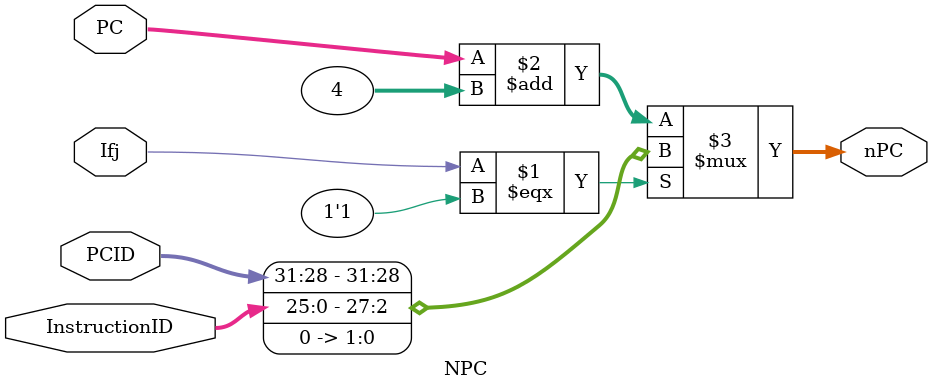
<source format=v>
`timescale 1ns / 1ps
module NPC(
    input [31:0]PC,
	 input [31:0]PCID,
	 input [31:0]InstructionID,
	 input Ifj,
	 output [31:0]nPC
	 );
	 assign nPC = (Ifj === 1'b1) ? {PCID[31:28], InstructionID[25:0], 2'b00} : 
						/*(Ifj !== 1'b1 || Ifj === 1'bx ) ? */PC + 32'b100;//???????
endmodule

</source>
